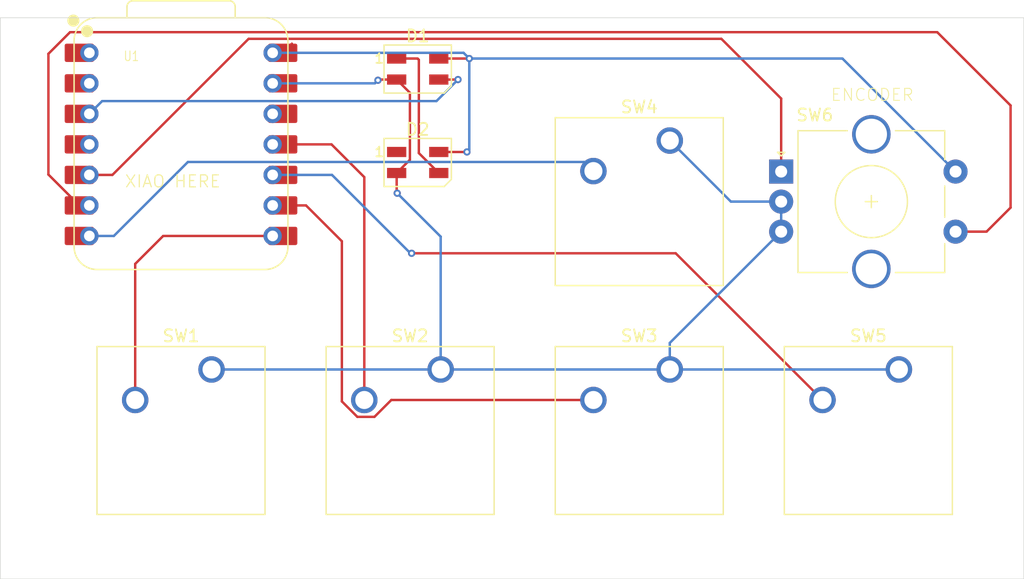
<source format=kicad_pcb>
(kicad_pcb (version 20241229) (generator "pcbnew") (generator_version "9.0")
  (layers (0 "F.Cu" signal) (2 "B.Cu" signal) (13 "F.Paste" user) (15 "B.Paste" user) (5 "F.SilkS" user "F.Silkscreen") (7 "B.SilkS" user "B.Silkscreen") (1 "F.Mask" user) (3 "B.Mask" user) (25 "Edge.Cuts" user))
  (net 0 "")
  (net 1 "Net-(D1-DIN)")
  (net 2 "GND")
  (net 3 "Net-(D1-DOUT)")
  (net 4 "+5V")
  (net 5 "Net-(U1-GPIO1{slash}RX)")
  (net 6 "Net-(U1-GPIO3{slash}MOSI)")
  (net 7 "Net-(U1-GPIO2{slash}SCK)")
  (net 8 "Net-(U1-GPIO4{slash}MISO)")
  (net 10 "Net-(U1-GPIO0{slash}TX)")
  (net 12 "Net-(U1-GPIO7{slash}SCL)")
  (net 14 "Net-(U1-GPIO6{slash}SDA)")
  (footprint "Rotary_Encoder:RotaryEncoder_Alps_EC11E-Switch_Vertical_H20mm_CircularMountingHoles" (layer "F.Cu") (at 173.725 35.6)
    (property "Reference" "SW6" (at 2.8 -4.7 0) (layer "F.SilkS"))
    (property "Value" "RotaryEncoder_Switch")
    (fp_line (start -0.3 -1.6) (end 0.3 -1.6) (stroke (width 0.12)) (layer "F.SilkS"))
    (fp_line (start 0 -1.3) (end -0.3 -1.6) (stroke (width 0.12)) (layer "F.SilkS"))
    (fp_line (start 0.3 -1.6) (end 0 -1.3) (stroke (width 0.12)) (layer "F.SilkS"))
    (fp_line (start 1.4 -3.4) (end 1.4 8.4) (stroke (width 0.12)) (layer "F.SilkS"))
    (fp_line (start 5.5 -3.4) (end 1.4 -3.4) (stroke (width 0.12)) (layer "F.SilkS"))
    (fp_line (start 5.5 8.4) (end 1.4 8.4) (stroke (width 0.12)) (layer "F.SilkS"))
    (fp_line (start 7 2.5) (end 8 2.5) (stroke (width 0.12)) (layer "F.SilkS"))
    (fp_line (start 7.5 2) (end 7.5 3) (stroke (width 0.12)) (layer "F.SilkS"))
    (fp_line (start 9.5 -3.4) (end 13.6 -3.4) (stroke (width 0.12)) (layer "F.SilkS"))
    (fp_line (start 13.6 -3.4) (end 13.6 -1) (stroke (width 0.12)) (layer "F.SilkS"))
    (fp_line (start 13.6 1.2) (end 13.6 3.8) (stroke (width 0.12)) (layer "F.SilkS"))
    (fp_line (start 13.6 6) (end 13.6 8.4) (stroke (width 0.12)) (layer "F.SilkS"))
    (fp_line (start 13.6 8.4) (end 9.5 8.4) (stroke (width 0.12)) (layer "F.SilkS"))
    (fp_circle (center 7.5 2.5) (end 10.5 2.5) (stroke (width 0.12)) (fill no) (layer "F.SilkS"))
    (pad "A" thru_hole rect (at 0 0) (size 2 2) (drill 1) (layers "*.Cu" "*.Mask") (net 14 "Net-(U1-GPIO6{slash}SDA)"))
    (pad "B" thru_hole circle (at 0 5) (size 2 2) (drill 1) (layers "*.Cu" "*.Mask") (net 2 "GND"))
    (pad "C" thru_hole circle (at 0 2.5) (size 2 2) (drill 1) (layers "*.Cu" "*.Mask") (net 2 "GND"))
    (pad "MP" thru_hole circle (at 7.5 -3.1) (size 3.2 3.2) (drill 2.6) (layers "*.Cu" "*.Mask"))
    (pad "MP" thru_hole circle (at 7.5 8.1) (size 3.2 3.2) (drill 2.6) (layers "*.Cu" "*.Mask"))
    (pad "S1" thru_hole circle (at 14.5 5) (size 2 2) (drill 1) (layers "*.Cu" "*.Mask") (net 12 "Net-(U1-GPIO7{slash}SCL)"))
    (pad "S2" thru_hole circle (at 14.5 0) (size 2 2) (drill 1) (layers "*.Cu" "*.Mask") (net 4 "+5V"))
  )
  (footprint "LED_SMD:LED_SK6812MINI_PLCC4_3.5x3.5mm_P1.75mm" (layer "F.Cu") (at 143.50625 27.06875)
    (property "Reference" "D1" (at 0 -2.75 0) (layer "F.SilkS"))
    (property "Value" "SK6812MINI")
    (fp_line (start -2.8 -2) (end -2.8 2) (stroke (width 0.12)) (layer "F.SilkS"))
    (fp_line (start -2.8 -2) (end 2.8 -2) (stroke (width 0.12)) (layer "F.SilkS"))
    (fp_line (start -2.8 2) (end 2.2 2) (stroke (width 0.12)) (layer "F.SilkS"))
    (fp_line (start 2.8 1.4) (end 2.2 2) (stroke (width 0.12)) (layer "F.SilkS"))
    (fp_line (start 2.8 1.4) (end 2.8 -2) (stroke (width 0.12)) (layer "F.SilkS"))
    (fp_text user "1" (at -3.2 -0.875 0) (layer "F.SilkS") (effects (font (size 0.8 0.8))))
    (pad "1" smd rect (at -1.75 -0.875) (size 1.6 0.85) (layers "F.Cu" "F.Mask" "F.Paste") (net 3 "Net-(D1-DOUT)"))
    (pad "2" smd rect (at -1.75 0.875) (size 1.6 0.85) (layers "F.Cu" "F.Mask" "F.Paste") (net 2 "GND"))
    (pad "3" smd rect (at 1.75 0.875) (size 1.6 0.85) (layers "F.Cu" "F.Mask" "F.Paste") (net 1 "Net-(D1-DIN)"))
    (pad "4" smd rect (at 1.75 -0.875) (size 1.6 0.85) (layers "F.Cu" "F.Mask" "F.Paste") (net 4 "+5V"))
  )
  (footprint "Button_Switch_Keyboard:SW_Cherry_MX_1.00u_PCB" (layer "F.Cu") (at 126.365 52.07)
    (property "Reference" "SW1" (at -2.54 -2.794 0) (layer "F.SilkS"))
    (property "Value" "SW_Push")
    (fp_line (start -9.525 -1.905) (end 4.445 -1.905) (stroke (width 0.12)) (layer "F.SilkS"))
    (fp_line (start -9.525 12.065) (end -9.525 -1.905) (stroke (width 0.12)) (layer "F.SilkS"))
    (fp_line (start 4.445 -1.905) (end 4.445 12.065) (stroke (width 0.12)) (layer "F.SilkS"))
    (fp_line (start 4.445 12.065) (end -9.525 12.065) (stroke (width 0.12)) (layer "F.SilkS"))
    (pad "" np_thru_hole circle (at -7.62 5.08) (size 1.7 1.7) (drill 1.7) (layers "*.Cu" "*.Mask"))
    (pad "" np_thru_hole circle (at -2.54 5.08) (size 4 4) (drill 4) (layers "*.Cu" "*.Mask"))
    (pad "" np_thru_hole circle (at 2.54 5.08) (size 1.7 1.7) (drill 1.7) (layers "*.Cu" "*.Mask"))
    (pad "1" thru_hole circle (at 0 0) (size 2.2 2.2) (drill 1.5) (layers "*.Cu" "*.Mask") (net 2 "GND"))
    (pad "2" thru_hole circle (at -6.35 2.54) (size 2.2 2.2) (drill 1.5) (layers "*.Cu" "*.Mask") (net 5 "Net-(U1-GPIO1{slash}RX)"))
  )
  (footprint "Button_Switch_Keyboard:SW_Cherry_MX_1.00u_PCB" (layer "F.Cu") (at 145.415 52.07)
    (property "Reference" "SW2" (at -2.54 -2.794 0) (layer "F.SilkS"))
    (property "Value" "SW_Push")
    (fp_line (start -9.525 -1.905) (end 4.445 -1.905) (stroke (width 0.12)) (layer "F.SilkS"))
    (fp_line (start -9.525 12.065) (end -9.525 -1.905) (stroke (width 0.12)) (layer "F.SilkS"))
    (fp_line (start 4.445 -1.905) (end 4.445 12.065) (stroke (width 0.12)) (layer "F.SilkS"))
    (fp_line (start 4.445 12.065) (end -9.525 12.065) (stroke (width 0.12)) (layer "F.SilkS"))
    (pad "" np_thru_hole circle (at -7.62 5.08) (size 1.7 1.7) (drill 1.7) (layers "*.Cu" "*.Mask"))
    (pad "" np_thru_hole circle (at -2.54 5.08) (size 4 4) (drill 4) (layers "*.Cu" "*.Mask"))
    (pad "" np_thru_hole circle (at 2.54 5.08) (size 1.7 1.7) (drill 1.7) (layers "*.Cu" "*.Mask"))
    (pad "1" thru_hole circle (at 0 0) (size 2.2 2.2) (drill 1.5) (layers "*.Cu" "*.Mask") (net 2 "GND"))
    (pad "2" thru_hole circle (at -6.35 2.54) (size 2.2 2.2) (drill 1.5) (layers "*.Cu" "*.Mask") (net 6 "Net-(U1-GPIO3{slash}MOSI)"))
  )
  (footprint "Button_Switch_Keyboard:SW_Cherry_MX_1.00u_PCB" (layer "F.Cu") (at 183.515 52.07)
    (property "Reference" "SW5" (at -2.54 -2.794 0) (layer "F.SilkS"))
    (property "Value" "SW_Push")
    (fp_line (start -9.525 -1.905) (end 4.445 -1.905) (stroke (width 0.12)) (layer "F.SilkS"))
    (fp_line (start -9.525 12.065) (end -9.525 -1.905) (stroke (width 0.12)) (layer "F.SilkS"))
    (fp_line (start 4.445 -1.905) (end 4.445 12.065) (stroke (width 0.12)) (layer "F.SilkS"))
    (fp_line (start 4.445 12.065) (end -9.525 12.065) (stroke (width 0.12)) (layer "F.SilkS"))
    (pad "" np_thru_hole circle (at -7.62 5.08) (size 1.7 1.7) (drill 1.7) (layers "*.Cu" "*.Mask"))
    (pad "" np_thru_hole circle (at -2.54 5.08) (size 4 4) (drill 4) (layers "*.Cu" "*.Mask"))
    (pad "" np_thru_hole circle (at 2.54 5.08) (size 1.7 1.7) (drill 1.7) (layers "*.Cu" "*.Mask"))
    (pad "1" thru_hole circle (at 0 0) (size 2.2 2.2) (drill 1.5) (layers "*.Cu" "*.Mask") (net 2 "GND"))
    (pad "2" thru_hole circle (at -6.35 2.54) (size 2.2 2.2) (drill 1.5) (layers "*.Cu" "*.Mask") (net 8 "Net-(U1-GPIO4{slash}MISO)"))
  )
  (footprint "Button_Switch_Keyboard:SW_Cherry_MX_1.00u_PCB" (layer "F.Cu") (at 164.465 33.02)
    (property "Reference" "SW4" (at -2.54 -2.794 0) (layer "F.SilkS"))
    (property "Value" "SW_Push")
    (fp_line (start -9.525 -1.905) (end 4.445 -1.905) (stroke (width 0.12)) (layer "F.SilkS"))
    (fp_line (start -9.525 12.065) (end -9.525 -1.905) (stroke (width 0.12)) (layer "F.SilkS"))
    (fp_line (start 4.445 -1.905) (end 4.445 12.065) (stroke (width 0.12)) (layer "F.SilkS"))
    (fp_line (start 4.445 12.065) (end -9.525 12.065) (stroke (width 0.12)) (layer "F.SilkS"))
    (pad "" np_thru_hole circle (at -7.62 5.08) (size 1.7 1.7) (drill 1.7) (layers "*.Cu" "*.Mask"))
    (pad "" np_thru_hole circle (at -2.54 5.08) (size 4 4) (drill 4) (layers "*.Cu" "*.Mask"))
    (pad "" np_thru_hole circle (at 2.54 5.08) (size 1.7 1.7) (drill 1.7) (layers "*.Cu" "*.Mask"))
    (pad "1" thru_hole circle (at 0 0) (size 2.2 2.2) (drill 1.5) (layers "*.Cu" "*.Mask") (net 2 "GND"))
    (pad "2" thru_hole circle (at -6.35 2.54) (size 2.2 2.2) (drill 1.5) (layers "*.Cu" "*.Mask") (net 10 "Net-(U1-GPIO0{slash}TX)"))
  )
  (footprint "Button_Switch_Keyboard:SW_Cherry_MX_1.00u_PCB" (layer "F.Cu") (at 164.465 52.07)
    (property "Reference" "SW3" (at -2.54 -2.794 0) (layer "F.SilkS"))
    (property "Value" "SW_Push")
    (fp_line (start -9.525 -1.905) (end 4.445 -1.905) (stroke (width 0.12)) (layer "F.SilkS"))
    (fp_line (start -9.525 12.065) (end -9.525 -1.905) (stroke (width 0.12)) (layer "F.SilkS"))
    (fp_line (start 4.445 -1.905) (end 4.445 12.065) (stroke (width 0.12)) (layer "F.SilkS"))
    (fp_line (start 4.445 12.065) (end -9.525 12.065) (stroke (width 0.12)) (layer "F.SilkS"))
    (pad "" np_thru_hole circle (at -7.62 5.08) (size 1.7 1.7) (drill 1.7) (layers "*.Cu" "*.Mask"))
    (pad "" np_thru_hole circle (at -2.54 5.08) (size 4 4) (drill 4) (layers "*.Cu" "*.Mask"))
    (pad "" np_thru_hole circle (at 2.54 5.08) (size 1.7 1.7) (drill 1.7) (layers "*.Cu" "*.Mask"))
    (pad "1" thru_hole circle (at 0 0) (size 2.2 2.2) (drill 1.5) (layers "*.Cu" "*.Mask") (net 2 "GND"))
    (pad "2" thru_hole circle (at -6.35 2.54) (size 2.2 2.2) (drill 1.5) (layers "*.Cu" "*.Mask") (net 7 "Net-(U1-GPIO2{slash}SCK)"))
  )
  (footprint "OPL:XIAO-RP2040-DIP" (layer "F.Cu") (at 123.825 33.3375)
    (property "Reference" "U1" (at -4.125 -7.3375 0) (layer "F.SilkS") (effects (font (size 0.8 0.635) (thickness 0.08))))
    (property "Value" "XIAO-RP2040-DIP")
    (fp_line (start -8.89 8.509) (end -8.89 -8.636) (stroke (width 0.127)) (layer "F.SilkS"))
    (fp_line (start -6.985 10.414) (end 6.985 10.414) (stroke (width 0.127)) (layer "F.SilkS"))
    (fp_line (start -4.495 -10.541) (end -4.491272 -11.451272) (stroke (width 0.127)) (layer "F.SilkS"))
    (fp_line (start -3.991272 -11.951) (end 4.004 -11.951) (stroke (width 0.127)) (layer "F.SilkS"))
    (fp_line (start 4.504 -11.451) (end 4.504 -10.541) (stroke (width 0.127)) (layer "F.SilkS"))
    (fp_line (start 6.985 -10.541) (end -6.985 -10.541) (stroke (width 0.1)) (layer "F.SilkS"))
    (fp_line (start 6.985 -10.541) (end -6.985 -10.541) (stroke (width 0.127)) (layer "F.SilkS"))
    (fp_line (start 8.89 8.509) (end 8.89 -8.636) (stroke (width 0.127)) (layer "F.SilkS"))
    (fp_arc (start -8.89 -8.636) (mid -8.332038 -9.983038) (end -6.985 -10.541) (stroke (width 0.127)) (layer "F.SilkS"))
    (fp_arc (start -6.985 10.414) (mid -8.332038 9.856038) (end -8.89 8.509) (stroke (width 0.127)) (layer "F.SilkS"))
    (fp_arc (start -4.491272 -11.451272) (mid -4.344728 -11.80464) (end -3.991272 -11.951) (stroke (width 0.127)) (layer "F.SilkS"))
    (fp_arc (start 4.004 -11.951) (mid 4.357553 -11.804553) (end 4.504 -11.451) (stroke (width 0.127)) (layer "F.SilkS"))
    (fp_arc (start 6.985 -10.541) (mid 8.332038 -9.983038) (end 8.89 -8.636) (stroke (width 0.127)) (layer "F.SilkS"))
    (fp_arc (start 8.89 8.509) (mid 8.332038 9.856038) (end 6.985 10.414) (stroke (width 0.127)) (layer "F.SilkS"))
    (fp_circle (center -8.95 -10.3) (end -8.95 -10.554) (stroke (width 0.5)) (fill yes) (layer "F.SilkS"))
    (fp_circle (center -7.807 -9.42) (end -7.807 -9.674) (stroke (width 0.5)) (fill yes) (layer "F.SilkS"))
    (pad "1" smd roundrect (at -8.455 -7.62 180) (size 2.432 1.524) (layers "F.Cu" "F.Mask") (roundrect_rratio 0.1))
    (pad "1" thru_hole circle (at -7.62 -7.62 180) (size 1.524 1.524) (drill 0.889) (layers "*.Cu" "*.Mask"))
    (pad "2" smd roundrect (at -8.455 -5.08 180) (size 2.432 1.524) (layers "F.Cu" "F.Mask") (roundrect_rratio 0.1))
    (pad "2" thru_hole circle (at -7.62 -5.08 180) (size 1.524 1.524) (drill 0.889) (layers "*.Cu" "*.Mask"))
    (pad "3" smd roundrect (at -8.455 -2.54 180) (size 2.432 1.524) (layers "F.Cu" "F.Mask") (roundrect_rratio 0.1) (net 1 "Net-(D1-DIN)"))
    (pad "3" thru_hole circle (at -7.62 -2.54 180) (size 1.524 1.524) (drill 0.889) (layers "*.Cu" "*.Mask") (net 1 "Net-(D1-DIN)"))
    (pad "4" smd roundrect (at -8.455 0 180) (size 2.432 1.524) (layers "F.Cu" "F.Mask") (roundrect_rratio 0.1))
    (pad "4" thru_hole circle (at -7.62 0 180) (size 1.524 1.524) (drill 0.889) (layers "*.Cu" "*.Mask"))
    (pad "5" smd roundrect (at -8.455 2.54 180) (size 2.432 1.524) (layers "F.Cu" "F.Mask") (roundrect_rratio 0.1) (net 14 "Net-(U1-GPIO6{slash}SDA)"))
    (pad "5" thru_hole circle (at -7.62 2.54 180) (size 1.524 1.524) (drill 0.889) (layers "*.Cu" "*.Mask") (net 14 "Net-(U1-GPIO6{slash}SDA)"))
    (pad "6" smd roundrect (at -8.455 5.08 180) (size 2.432 1.524) (layers "F.Cu" "F.Mask") (roundrect_rratio 0.1) (net 12 "Net-(U1-GPIO7{slash}SCL)"))
    (pad "6" thru_hole circle (at -7.62 5.08 180) (size 1.524 1.524) (drill 0.889) (layers "*.Cu" "*.Mask") (net 12 "Net-(U1-GPIO7{slash}SCL)"))
    (pad "7" smd roundrect (at -8.455 7.62 180) (size 2.432 1.524) (layers "F.Cu" "F.Mask") (roundrect_rratio 0.1) (net 10 "Net-(U1-GPIO0{slash}TX)"))
    (pad "7" thru_hole circle (at -7.62 7.62 180) (size 1.524 1.524) (drill 0.889) (layers "*.Cu" "*.Mask") (net 10 "Net-(U1-GPIO0{slash}TX)"))
    (pad "8" thru_hole circle (at 7.62 7.62) (size 1.524 1.524) (drill 0.889) (layers "*.Cu" "*.Mask") (net 5 "Net-(U1-GPIO1{slash}RX)"))
    (pad "8" smd roundrect (at 8.455 7.62) (size 2.432 1.524) (layers "F.Cu" "F.Mask") (roundrect_rratio 0.1) (net 5 "Net-(U1-GPIO1{slash}RX)"))
    (pad "9" thru_hole circle (at 7.62 5.08) (size 1.524 1.524) (drill 0.889) (layers "*.Cu" "*.Mask") (net 7 "Net-(U1-GPIO2{slash}SCK)"))
    (pad "9" smd roundrect (at 8.455 5.08) (size 2.432 1.524) (layers "F.Cu" "F.Mask") (roundrect_rratio 0.1) (net 7 "Net-(U1-GPIO2{slash}SCK)"))
    (pad "10" thru_hole circle (at 7.62 2.54) (size 1.524 1.524) (drill 0.889) (layers "*.Cu" "*.Mask") (net 8 "Net-(U1-GPIO4{slash}MISO)"))
    (pad "10" smd roundrect (at 8.455 2.54) (size 2.432 1.524) (layers "F.Cu" "F.Mask") (roundrect_rratio 0.1) (net 8 "Net-(U1-GPIO4{slash}MISO)"))
    (pad "11" thru_hole circle (at 7.62 0) (size 1.524 1.524) (drill 0.889) (layers "*.Cu" "*.Mask") (net 6 "Net-(U1-GPIO3{slash}MOSI)"))
    (pad "11" smd roundrect (at 8.455 0) (size 2.432 1.524) (layers "F.Cu" "F.Mask") (roundrect_rratio 0.1) (net 6 "Net-(U1-GPIO3{slash}MOSI)"))
    (pad "12" thru_hole circle (at 7.62 -2.54) (size 1.524 1.524) (drill 0.889) (layers "*.Cu" "*.Mask"))
    (pad "12" smd roundrect (at 8.455 -2.54) (size 2.432 1.524) (layers "F.Cu" "F.Mask") (roundrect_rratio 0.1))
    (pad "13" thru_hole circle (at 7.62 -5.08) (size 1.524 1.524) (drill 0.889) (layers "*.Cu" "*.Mask") (net 2 "GND"))
    (pad "13" smd roundrect (at 8.455 -5.08) (size 2.432 1.524) (layers "F.Cu" "F.Mask") (roundrect_rratio 0.1) (net 2 "GND"))
    (pad "14" thru_hole circle (at 7.62 -7.62) (size 1.524 1.524) (drill 0.889) (layers "*.Cu" "*.Mask") (net 4 "+5V"))
    (pad "14" smd roundrect (at 8.455 -7.62) (size 2.432 1.524) (layers "F.Cu" "F.Mask") (roundrect_rratio 0.1) (net 4 "+5V"))
  )
  (footprint "LED_SMD:LED_SK6812MINI_PLCC4_3.5x3.5mm_P1.75mm" (layer "F.Cu") (at 143.50625 34.84375)
    (property "Reference" "D2" (at 0 -2.75 0) (layer "F.SilkS"))
    (property "Value" "SK6812MINI")
    (fp_line (start -2.8 -2) (end -2.8 2) (stroke (width 0.12)) (layer "F.SilkS"))
    (fp_line (start -2.8 -2) (end 2.8 -2) (stroke (width 0.12)) (layer "F.SilkS"))
    (fp_line (start -2.8 2) (end 2.2 2) (stroke (width 0.12)) (layer "F.SilkS"))
    (fp_line (start 2.8 1.4) (end 2.2 2) (stroke (width 0.12)) (layer "F.SilkS"))
    (fp_line (start 2.8 1.4) (end 2.8 -2) (stroke (width 0.12)) (layer "F.SilkS"))
    (fp_text user "1" (at -3.2 -0.875 0) (layer "F.SilkS") (effects (font (size 0.8 0.8))))
    (pad "1" smd rect (at -1.75 -0.875) (size 1.6 0.85) (layers "F.Cu" "F.Mask" "F.Paste"))
    (pad "2" smd rect (at -1.75 0.875) (size 1.6 0.85) (layers "F.Cu" "F.Mask" "F.Paste") (net 2 "GND"))
    (pad "3" smd rect (at 1.75 0.875) (size 1.6 0.85) (layers "F.Cu" "F.Mask" "F.Paste") (net 3 "Net-(D1-DOUT)"))
    (pad "4" smd rect (at 1.75 -0.875) (size 1.6 0.85) (layers "F.Cu" "F.Mask" "F.Paste") (net 4 "+5V"))
  )
  (gr_rect (start 108.8 22.8) (end 193.9 69.5) (stroke (width 0.05)) (fill no) (layer "Edge.Cuts"))
  (gr_text "ENCODER" (at 177.8 29.8 0) (layer "F.SilkS") (effects (font (size 1 1) (thickness 0.08)) (justify left bottom)))
  (gr_text "XIAO HERE" (at 119.1 37 0) (layer "F.SilkS") (effects (font (size 1 1) (thickness 0.1)) (justify left bottom)))
  (segment (start 145.25625 27.94375) (end 146.85625 27.94375) (width 0.2) (layer "F.Cu") (net 1))
  (segment (start 146.85625 27.94375) (end 146.9 27.9) (width 0.2) (layer "F.Cu") (net 1))
  (via (at 146.85625 27.94375) (size 0.6) (drill 0.3) (layers "F.Cu" "B.Cu") (net 1))
  (segment (start 117.268 29.7345) (end 116.205 30.7975) (width 0.2) (layer "B.Cu") (net 1))
  (segment (start 146.85625 27.94375) (end 145.0655 29.7345) (width 0.2) (layer "B.Cu") (net 1))
  (segment (start 145.0655 29.7345) (end 117.268 29.7345) (width 0.2) (layer "B.Cu") (net 1))
  (segment (start 132.59375 27.94375) (end 132.28 28.2575) (width 0.2) (layer "F.Cu") (net 2))
  (segment (start 141.75625 27.94375) (end 140.25625 27.94375) (width 0.2) (layer "F.Cu") (net 2))
  (segment (start 141.75625 35.71875) (end 141.75625 37.35625) (width 0.2) (layer "F.Cu") (net 2))
  (segment (start 141.75625 35.71875) (end 142.85725 34.61775) (width 0.2) (layer "F.Cu") (net 2))
  (segment (start 142.85725 34.61775) (end 142.85725 29.04475) (width 0.2) (layer "F.Cu") (net 2))
  (segment (start 140.25625 27.94375) (end 140.2 28) (width 0.2) (layer "F.Cu") (net 2))
  (segment (start 141.75625 37.35625) (end 141.8 37.4) (width 0.2) (layer "F.Cu") (net 2))
  (segment (start 142.85725 29.04475) (end 141.75625 27.94375) (width 0.2) (layer "F.Cu") (net 2))
  (via (at 140.2 28) (size 0.6) (drill 0.3) (layers "F.Cu" "B.Cu") (net 2))
  (via (at 141.8 37.4) (size 0.6) (drill 0.3) (layers "F.Cu" "B.Cu") (net 2))
  (segment (start 164.465 52.07) (end 183.515 52.07) (width 0.2) (layer "B.Cu") (net 2))
  (segment (start 169.545 38.1) (end 173.725 38.1) (width 0.2) (layer "B.Cu") (net 2))
  (segment (start 164.465 49.86) (end 164.465 52.07) (width 0.2) (layer "B.Cu") (net 2))
  (segment (start 173.725 38.1) (end 173.725 40.6) (width 0.2) (layer "B.Cu") (net 2))
  (segment (start 173.725 40.6) (end 164.465 49.86) (width 0.2) (layer "B.Cu") (net 2))
  (segment (start 164.465 33.02) (end 169.545 38.1) (width 0.2) (layer "B.Cu") (net 2))
  (segment (start 126.365 52.07) (end 145.415 52.07) (width 0.2) (layer "B.Cu") (net 2))
  (segment (start 140.2 28) (end 139.9425 28.2575) (width 0.2) (layer "B.Cu") (net 2))
  (segment (start 139.9425 28.2575) (end 131.445 28.2575) (width 0.2) (layer "B.Cu") (net 2))
  (segment (start 164.465 52.07) (end 145.415 52.07) (width 0.2) (layer "B.Cu") (net 2))
  (segment (start 141.8 37.4) (end 145.415 41.015) (width 0.2) (layer "B.Cu") (net 2))
  (segment (start 145.415 41.015) (end 145.415 52.07) (width 0.2) (layer "B.Cu") (net 2))
  (segment (start 143.49375 26.19375) (end 141.75625 26.19375) (width 0.2) (layer "F.Cu") (net 3))
  (segment (start 143.6 26.3) (end 143.49375 26.19375) (width 0.2) (layer "F.Cu") (net 3))
  (segment (start 145.25625 35.71875) (end 143.6 34.0625) (width 0.2) (layer "F.Cu") (net 3))
  (segment (start 143.6 34.0625) (end 143.6 26.3) (width 0.2) (layer "F.Cu") (net 3))
  (segment (start 147.66875 33.96875) (end 147.7 34) (width 0.2) (layer "F.Cu") (net 4))
  (segment (start 133.042 24.9555) (end 132.28 25.7175) (width 0.2) (layer "F.Cu") (net 4))
  (segment (start 145.25625 33.96875) (end 147.6 33.96875) (width 0.2) (layer "F.Cu") (net 4))
  (segment (start 147.6 33.96875) (end 147.66875 33.96875) (width 0.2) (layer "F.Cu") (net 4))
  (segment (start 147.79375 26.19375) (end 147.8 26.2) (width 0.2) (layer "F.Cu") (net 4))
  (segment (start 145.25625 26.19375) (end 147.79375 26.19375) (width 0.2) (layer "F.Cu") (net 4))
  (via (at 147.79375 26.19375) (size 0.6) (drill 0.3) (layers "F.Cu" "B.Cu") (net 4))
  (via (at 147.6 33.96875) (size 0.6) (drill 0.3) (layers "F.Cu" "B.Cu") (net 4))
  (segment (start 147.3175 25.7175) (end 131.445 25.7175) (width 0.2) (layer "B.Cu") (net 4))
  (segment (start 188.225 35.6) (end 178.81875 26.19375) (width 0.2) (layer "B.Cu") (net 4))
  (segment (start 147.6 33.96875) (end 147.79375 33.775) (width 0.2) (layer "B.Cu") (net 4))
  (segment (start 178.81875 26.19375) (end 147.79375 26.19375) (width 0.2) (layer "B.Cu") (net 4))
  (segment (start 147.79375 26.19375) (end 147.3175 25.7175) (width 0.2) (layer "B.Cu") (net 4))
  (segment (start 147.79375 33.775) (end 147.79375 26.19375) (width 0.2) (layer "B.Cu") (net 4))
  (segment (start 122.3425 40.9575) (end 131.445 40.9575) (width 0.2) (layer "F.Cu") (net 5))
  (segment (start 120.015 54.61) (end 120.015 43.285) (width 0.2) (layer "F.Cu") (net 5))
  (segment (start 120.015 43.285) (end 122.3425 40.9575) (width 0.2) (layer "F.Cu") (net 5))
  (segment (start 136.3375 33.3375) (end 132.28 33.3375) (width 0.2) (layer "F.Cu") (net 6))
  (segment (start 139.065 36.065) (end 136.3375 33.3375) (width 0.2) (layer "F.Cu") (net 6))
  (segment (start 139.065 54.61) (end 139.065 36.065) (width 0.2) (layer "F.Cu") (net 6))
  (segment (start 141.31 54.61) (end 139.909 56.011) (width 0.2) (layer "F.Cu") (net 7))
  (segment (start 134.2175 38.4175) (end 132.28 38.4175) (width 0.2) (layer "F.Cu") (net 7))
  (segment (start 158.115 54.61) (end 141.31 54.61) (width 0.2) (layer "F.Cu") (net 7))
  (segment (start 139.909 56.011) (end 138.484686 56.011) (width 0.2) (layer "F.Cu") (net 7))
  (segment (start 137.2 41.4) (end 134.2175 38.4175) (width 0.2) (layer "F.Cu") (net 7))
  (segment (start 137.2 54.726314) (end 137.2 41.4) (width 0.2) (layer "F.Cu") (net 7))
  (segment (start 138.484686 56.011) (end 137.2 54.726314) (width 0.2) (layer "F.Cu") (net 7))
  (segment (start 177.165 54.61) (end 164.955 42.4) (width 0.2) (layer "F.Cu") (net 8))
  (segment (start 164.955 42.4) (end 143 42.4) (width 0.2) (layer "F.Cu") (net 8))
  (via (at 143 42.4) (size 0.6) (drill 0.3) (layers "F.Cu" "B.Cu") (net 8))
  (segment (start 142.9 42.4) (end 136.3775 35.8775) (width 0.2) (layer "B.Cu") (net 8))
  (segment (start 136.3775 35.8775) (end 131.445 35.8775) (width 0.2) (layer "B.Cu") (net 8))
  (segment (start 143 42.4) (end 142.9 42.4) (width 0.2) (layer "B.Cu") (net 8))
  (segment (start 118.2425 40.9575) (end 116.205 40.9575) (width 0.2) (layer "B.Cu") (net 10))
  (segment (start 157.355 34.8) (end 124.4 34.8) (width 0.2) (layer "B.Cu") (net 10))
  (segment (start 158.115 35.56) (end 157.355 34.8) (width 0.2) (layer "B.Cu") (net 10))
  (segment (start 124.4 34.8) (end 118.2425 40.9575) (width 0.2) (layer "B.Cu") (net 10))
  (segment (start 186.7 24) (end 114.6 24) (width 0.2) (layer "F.Cu") (net 12))
  (segment (start 112.8 25.8) (end 112.8 35.8475) (width 0.2) (layer "F.Cu") (net 12))
  (segment (start 192.8 30.1) (end 186.7 24) (width 0.2) (layer "F.Cu") (net 12))
  (segment (start 188.225 40.6) (end 190.8 40.6) (width 0.2) (layer "F.Cu") (net 12))
  (segment (start 114.6 24) (end 112.8 25.8) (width 0.2) (layer "F.Cu") (net 12))
  (segment (start 192.8 38.6) (end 192.8 30.1) (width 0.2) (layer "F.Cu") (net 12))
  (segment (start 112.8 35.8475) (end 115.37 38.4175) (width 0.2) (layer "F.Cu") (net 12))
  (segment (start 190.8 40.6) (end 192.8 38.6) (width 0.2) (layer "F.Cu") (net 12))
  (segment (start 173.725 35.6) (end 173.725 29.525) (width 0.2) (layer "F.Cu") (net 14))
  (segment (start 129.4455 24.5545) (end 118.1225 35.8775) (width 0.2) (layer "F.Cu") (net 14))
  (segment (start 118.1225 35.8775) (end 116.205 35.8775) (width 0.2) (layer "F.Cu") (net 14))
  (segment (start 173.725 29.525) (end 168.7545 24.5545) (width 0.2) (layer "F.Cu") (net 14))
  (segment (start 168.7545 24.5545) (end 129.4455 24.5545) (width 0.2) (layer "F.Cu") (net 14))
)
</source>
